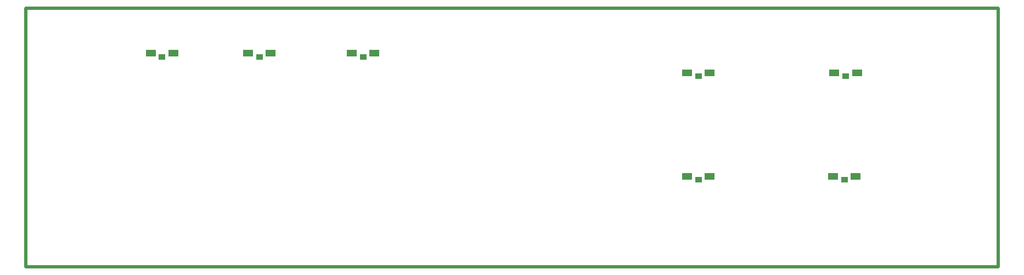
<source format=gbp>
G04*
G04 #@! TF.GenerationSoftware,Altium Limited,Altium Designer,21.7.1 (17)*
G04*
G04 Layer_Color=128*
%FSLAX25Y25*%
%MOIN*%
G70*
G04*
G04 #@! TF.SameCoordinates,69AEE675-6442-4B96-895B-D7522D75E31D*
G04*
G04*
G04 #@! TF.FilePolarity,Positive*
G04*
G01*
G75*
%ADD11C,0.01968*%
%ADD63R,0.03937X0.03543*%
%ADD64R,0.05906X0.03937*%
D11*
X0Y0D02*
X590551Y0D01*
X0Y-157480D02*
Y0D01*
X590551Y-157480D02*
Y0D01*
X0Y-157480D02*
X590551Y-157480D01*
D63*
X497874Y-41535D02*
D03*
X497047Y-104527D02*
D03*
X408465D02*
D03*
Y-41535D02*
D03*
X204724Y-29724D02*
D03*
X141732D02*
D03*
X82677D02*
D03*
D64*
X490984Y-39370D02*
D03*
X504764D02*
D03*
X490158Y-102362D02*
D03*
X503937D02*
D03*
X401575D02*
D03*
X415354D02*
D03*
X401575Y-39370D02*
D03*
X415354D02*
D03*
X211614Y-27559D02*
D03*
X197835D02*
D03*
X148622D02*
D03*
X134843D02*
D03*
X89567D02*
D03*
X75787D02*
D03*
M02*

</source>
